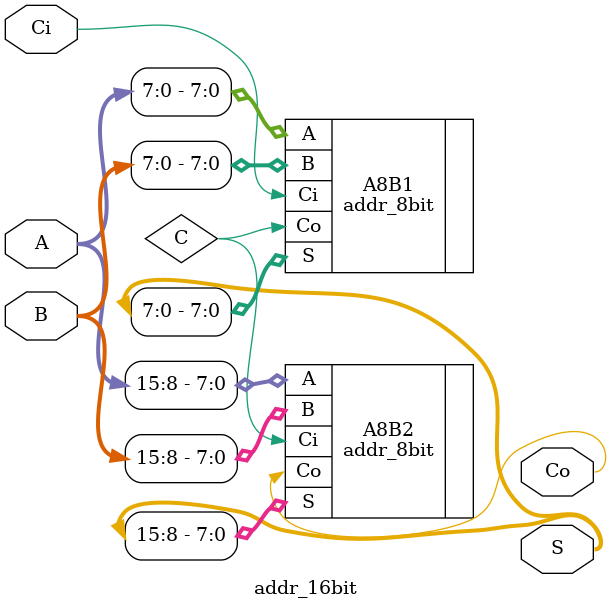
<source format=v>
module addr_16bit(
    input [15:0] A,
    input [15:0] B,
    input Ci,
    output [15:0] S,
    output Co);
    wire C;
    addr_8bit A8B1(.S(S[7:0]),.Co(C),.A(A[7:0]),.B(B[7:0]),.Ci(Ci)),
              A8B2(.S(S[15:8]),.Co(Co),.A(A[15:8]),.B(B[15:8]),.Ci(C));
endmodule
</source>
